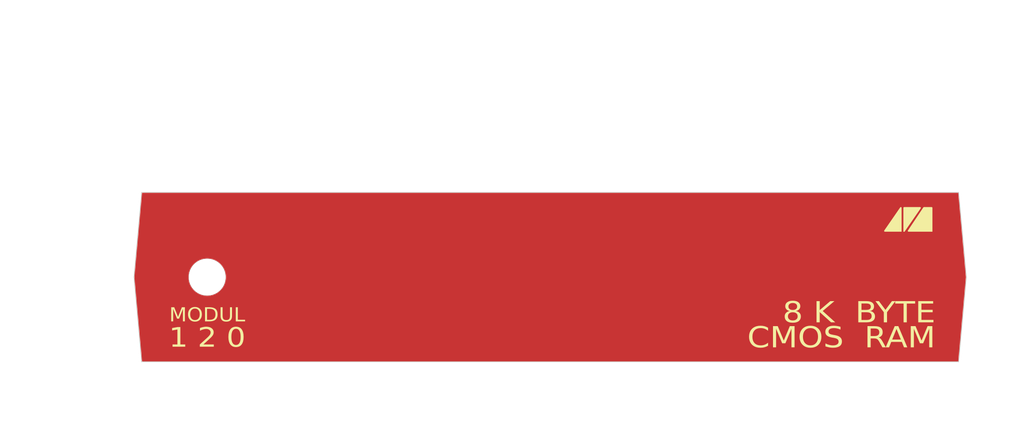
<source format=kicad_pcb>
(kicad_pcb
	(version 20240108)
	(generator "pcbnew")
	(generator_version "8.0")
	(general
		(thickness 1.6)
		(legacy_teardrops no)
	)
	(paper "A4")
	(layers
		(0 "F.Cu" signal)
		(31 "B.Cu" signal)
		(32 "B.Adhes" user "B.Adhesive")
		(33 "F.Adhes" user "F.Adhesive")
		(34 "B.Paste" user)
		(35 "F.Paste" user)
		(36 "B.SilkS" user "B.Silkscreen")
		(37 "F.SilkS" user "F.Silkscreen")
		(38 "B.Mask" user)
		(39 "F.Mask" user)
		(40 "Dwgs.User" user "User.Drawings")
		(41 "Cmts.User" user "User.Comments")
		(42 "Eco1.User" user "User.Eco1")
		(43 "Eco2.User" user "User.Eco2")
		(44 "Edge.Cuts" user)
		(45 "Margin" user)
		(46 "B.CrtYd" user "B.Courtyard")
		(47 "F.CrtYd" user "F.Courtyard")
		(48 "B.Fab" user)
		(49 "F.Fab" user)
		(50 "User.1" user)
		(51 "User.2" user)
		(52 "User.3" user)
		(53 "User.4" user)
		(54 "User.5" user)
		(55 "User.6" user)
		(56 "User.7" user)
		(57 "User.8" user)
		(58 "User.9" user)
	)
	(setup
		(pad_to_mask_clearance 0)
		(allow_soldermask_bridges_in_footprints no)
		(grid_origin 100 100)
		(pcbplotparams
			(layerselection 0x0000020_7fffffff)
			(plot_on_all_layers_selection 0x0000000_00000000)
			(disableapertmacros no)
			(usegerberextensions no)
			(usegerberattributes yes)
			(usegerberadvancedattributes yes)
			(creategerberjobfile yes)
			(dashed_line_dash_ratio 12.000000)
			(dashed_line_gap_ratio 3.000000)
			(svgprecision 4)
			(plotframeref no)
			(viasonmask no)
			(mode 1)
			(useauxorigin no)
			(hpglpennumber 1)
			(hpglpenspeed 20)
			(hpglpendiameter 15.000000)
			(pdf_front_fp_property_popups yes)
			(pdf_back_fp_property_popups yes)
			(dxfpolygonmode yes)
			(dxfimperialunits no)
			(dxfusepcbnewfont yes)
			(psnegative no)
			(psa4output no)
			(plotreference yes)
			(plotvalue yes)
			(plotfptext yes)
			(plotinvisibletext no)
			(sketchpadsonfab no)
			(subtractmaskfromsilk no)
			(outputformat 3)
			(mirror no)
			(drillshape 0)
			(scaleselection 1)
			(outputdirectory "")
		)
	)
	(net 0 "")
	(gr_poly
		(pts
			(xy 197.431567 94) (xy 199.5 91) (xy 199.5 94)
		)
		(stroke
			(width 0.2)
			(type solid)
		)
		(fill solid)
		(layer "F.SilkS")
		(uuid "13a2fba1-5f64-4643-94be-207a2d8ab79d")
	)
	(gr_poly
		(pts
			(xy 200.5 94) (xy 202.5 91) (xy 203.5 91) (xy 203.5 94)
		)
		(stroke
			(width 0.2)
			(type solid)
		)
		(fill solid)
		(layer "F.SilkS")
		(uuid "148c807d-49be-466a-9d84-fd8bedc6e222")
	)
	(gr_poly
		(pts
			(xy 202 91) (xy 199.931567 94) (xy 199.931567 91)
		)
		(stroke
			(width 0.2)
			(type solid)
		)
		(fill solid)
		(layer "F.SilkS")
		(uuid "74454ff6-c9e6-4188-ae6c-43a916fde7b2")
	)
	(gr_line
		(start 207 89)
		(end 208 100)
		(stroke
			(width 0.1)
			(type default)
		)
		(layer "Edge.Cuts")
		(uuid "307abc89-d8e3-4071-a4d8-1fb32e5b608c")
	)
	(gr_line
		(start 208 100)
		(end 207 111)
		(stroke
			(width 0.1)
			(type default)
		)
		(layer "Edge.Cuts")
		(uuid "34a7c6a5-aa59-4b97-9d15-43c9825324dd")
	)
	(gr_line
		(start 207 111)
		(end 101 111)
		(stroke
			(width 0.1)
			(type default)
		)
		(layer "Edge.Cuts")
		(uuid "4f7dbcd8-31fb-4a23-bf6a-d4e8faa599fa")
	)
	(gr_line
		(start 101 89)
		(end 207 89)
		(stroke
			(width 0.1)
			(type default)
		)
		(layer "Edge.Cuts")
		(uuid "5eb69c77-4c02-48d2-9936-1102676b5e11")
	)
	(gr_circle
		(center 109.5 100)
		(end 111.9 100)
		(stroke
			(width 0.05)
			(type default)
		)
		(fill none)
		(layer "Edge.Cuts")
		(uuid "91f1e92f-92e6-4791-9ab3-56df60d2ce36")
	)
	(gr_line
		(start 101 111)
		(end 100 100)
		(stroke
			(width 0.1)
			(type default)
		)
		(layer "Edge.Cuts")
		(uuid "bb9f6c94-5497-4483-8dc5-74f2fc2fb68e")
	)
	(gr_line
		(start 100 100)
		(end 101 89)
		(stroke
			(width 0.1)
			(type default)
		)
		(layer "Edge.Cuts")
		(uuid "eb9af65b-0e83-46f7-ad77-d53af8c875f8")
	)
	(gr_text "8 K  BYTE"
		(at 204 104.75 0)
		(layer "F.SilkS")
		(uuid "22ae5b5e-f568-4fa3-82ea-ac5bd266e80a")
		(effects
			(font
				(face "Helvetica")
				(size 2.7 3)
				(thickness 0.15)
			)
			(justify right)
		)
		(render_cache "8 K  BYTE" 0
			(polygon
				(pts
					(xy 185.735461 103.221127) (xy 185.888986 103.24835) (xy 186.063296 103.308416) (xy 186.204402 103.39097)
					(xy 186.313968 103.490912) (xy 186.393662 103.603142) (xy 186.453807 103.752938) (xy 186.473133 103.904003)
					(xy 186.456386 104.06761) (xy 186.411712 104.196325) (xy 186.332999 104.311629) (xy 186.224794 104.40288)
					(xy 186.095045 104.472453) (xy 186.199223 104.518504) (xy 186.338964 104.608837) (xy 186.440949 104.711438)
					(xy 186.520982 104.843103) (xy 186.563491 104.97522) (xy 186.577913 105.117401) (xy 186.569859 105.236506)
					(xy 186.533512 105.390731) (xy 186.466918 105.535454) (xy 186.369001 105.666023) (xy 186.238688 105.777786)
					(xy 186.074908 105.866091) (xy 185.929463 105.914126) (xy 185.764135 105.944387) (xy 185.578471 105.95491)
					(xy 185.452047 105.948561) (xy 185.297492 105.925705) (xy 185.153196 105.888642) (xy 185.007257 105.831653)
					(xy 184.868457 105.751138) (xy 184.747616 105.645981) (xy 184.664176 105.535577) (xy 184.603668 105.403605)
					(xy 184.572573 105.261882) (xy 184.566189 105.128612) (xy 184.960781 105.128612) (xy 184.980608 105.277907)
					(xy 185.037711 105.409982) (xy 185.14337 105.528171) (xy 185.276393 105.603976) (xy 185.4168 105.642794)
					(xy 185.590928 105.656836) (xy 185.719512 105.649542) (xy 185.872136 105.616201) (xy 186.008836 105.547045)
					(xy 186.114687 105.432554) (xy 186.168563 105.295646) (xy 186.182972 105.15499) (xy 186.170414 105.029994)
					(xy 186.122087 104.899349) (xy 186.022813 104.778869) (xy 185.886632 104.696429) (xy 185.722153 104.650387)
					(xy 185.569679 104.638636) (xy 185.458662 104.644902) (xy 185.299268 104.68079) (xy 185.149484 104.758904)
					(xy 185.043896 104.866065) (xy 184.981372 104.992544) (xy 184.960781 105.128612) (xy 184.566189 105.128612)
					(xy 184.565841 105.121358) (xy 184.57457 105.005144) (xy 184.609202 104.874929) (xy 184.683511 104.740028)
					(xy 184.791032 104.627541) (xy 184.929097 104.536528) (xy 185.065561 104.47641) (xy 184.955538 104.428564)
					(xy 184.828995 104.338767) (xy 184.736979 104.22393) (xy 184.682205 104.085794) (xy 184.666957 103.950165)
					(xy 184.667275 103.934997) (xy 185.049441 103.934997) (xy 185.066717 104.048566) (xy 185.141984 104.18026)
					(xy 185.26398 104.276881) (xy 185.418486 104.334865) (xy 185.566015 104.351114) (xy 185.73279 104.332078)
					(xy 185.872082 104.278397) (xy 185.994945 104.178836) (xy 186.069546 104.047271) (xy 186.090649 103.915213)
					(xy 186.089226 103.883389) (xy 186.050242 103.747956) (xy 185.961615 103.635841) (xy 185.835225 103.560145)
					(xy 185.688345 103.520917) (xy 185.54037 103.510308) (xy 185.405884 103.521442) (xy 185.251503 103.573874)
					(xy 185.133619 103.6737) (xy 185.07061 103.795471) (xy 185.049441 103.934997) (xy 184.667275 103.934997)
					(xy 184.667521 103.923271) (xy 184.689054 103.777439) (xy 184.747276 103.623282) (xy 184.825306 103.503689)
					(xy 184.935452 103.395442) (xy 185.081553 103.305953) (xy 185.217032 103.255605) (xy 185.376514 103.223103)
					(xy 185.561619 103.211574)
				)
			)
			(polygon
				(pts
					(xy 188.632484 104.922862) (xy 189.107292 104.516637) (xy 190.161688 105.8705) (xy 190.690718 105.8705)
					(xy 189.401116 104.260768) (xy 190.657013 103.169369) (xy 190.094277 103.169369) (xy 188.632484 104.479048)
					(xy 188.632484 103.169369) (xy 188.225087 103.169369) (xy 188.225087 105.8705) (xy 188.632484 105.8705)
				)
			)
			(polygon
				(pts
					(xy 194.778343 103.172984) (xy 194.963704 103.200754) (xy 195.123201 103.253363) (xy 195.256629 103.327748)
					(xy 195.363782 103.420852) (xy 195.46046 103.558889) (xy 195.515358 103.715414) (xy 195.528925 103.849927)
					(xy 195.51253 103.99205) (xy 195.462271 104.125146) (xy 195.383136 104.236785) (xy 195.262889 104.338709)
					(xy 195.125924 104.411124) (xy 195.144832 104.418026) (xy 195.294372 104.479398) (xy 195.42981 104.559728)
					(xy 195.532675 104.654866) (xy 195.614231 104.782624) (xy 195.656436 104.91272) (xy 195.671807 105.071239)
					(xy 195.662418 105.191075) (xy 195.620975 105.342785) (xy 195.546985 105.482062) (xy 195.441009 105.605406)
					(xy 195.303603 105.709317) (xy 195.135325 105.790292) (xy 194.989194 105.833867) (xy 194.826247 105.861095)
					(xy 194.64672 105.8705) (xy 193.349058 105.8705) (xy 193.349058 105.557258) (xy 193.756455 105.557258)
					(xy 194.625471 105.557258) (xy 194.774731 105.548395) (xy 194.933588 105.513426) (xy 195.083406 105.438952)
					(xy 195.188513 105.332141) (xy 195.248705 105.196305) (xy 195.26441 105.063326) (xy 195.23858 104.906669)
					(xy 195.148644 104.77011) (xy 195.010013 104.681133) (xy 194.869206 104.636823) (xy 194.715612 104.614067)
					(xy 194.558792 104.607642) (xy 193.756455 104.607642) (xy 193.756455 105.557258) (xy 193.349058 105.557258)
					(xy 193.349058 104.308908) (xy 193.756455 104.308908) (xy 194.491381 104.308908) (xy 194.597169 104.306062)
					(xy 194.754603 104.287486) (xy 194.909873 104.238972) (xy 195.040192 104.140184) (xy 195.104317 104.013887)
					(xy 195.121528 103.875646) (xy 195.116898 103.808215) (xy 195.06775 103.673891) (xy 194.959368 103.573565)
					(xy 194.814127 103.516295) (xy 194.652887 103.489879) (xy 194.495778 103.48327) (xy 193.756455 103.48327)
					(xy 193.756455 104.308908) (xy 193.349058 104.308908) (xy 193.349058 103.169369) (xy 194.676029 103.169369)
				)
			)
			(polygon
				(pts
					(xy 197.441347 104.783717) (xy 198.580007 103.169369) (xy 198.100802 103.169369) (xy 197.23545 104.467837)
					(xy 196.37083 103.169369) (xy 195.896022 103.169369) (xy 197.033949 104.783717) (xy 197.033949 105.8705)
					(xy 197.441347 105.8705)
				)
			)
			(polygon
				(pts
					(xy 198.695045 103.494481) (xy 199.715736 103.494481) (xy 199.715736 105.8705) (xy 200.123133 105.8705)
					(xy 200.123133 103.494481) (xy 201.143824 103.494481) (xy 201.143824 103.169369) (xy 198.695045 103.169369)
				)
			)
			(polygon
				(pts
					(xy 203.788241 105.546047) (xy 201.969609 105.546047) (xy 201.969609 104.64655) (xy 203.619714 104.64655)
					(xy 203.619714 104.322098) (xy 201.969609 104.322098) (xy 201.969609 103.494481) (xy 203.758932 103.494481)
					(xy 203.758932 103.169369) (xy 201.561479 103.169369) (xy 201.561479 105.8705) (xy 203.788241 105.8705)
				)
			)
		)
	)
	(gr_text "1 2 0"
		(at 109.5 108 0)
		(layer "F.SilkS")
		(uuid "686d3775-420a-4787-a984-7f0fe908f8a7")
		(effects
			(font
				(face "Helvetica")
				(size 2.5 2.8)
				(thickness 0.15)
			)
		)
		(render_cache "1 2 0" 0
			(polygon
				(pts
					(xy 106.551794 106.575532) (xy 106.281661 106.575532) (xy 106.23654 106.71026) (xy 106.167019 106.836924)
					(xy 106.058629 106.938373) (xy 105.915928 106.997885) (xy 105.765397 107.025532) (xy 105.621157 107.039111)
					(xy 105.540335 107.044478) (xy 105.540335 107.289942) (xy 106.183866 107.289942) (xy 106.183866 109.0375)
					(xy 106.551794 109.0375)
				)
			)
			(polygon
				(pts
					(xy 108.928277 107.458469) (xy 108.942749 107.315396) (xy 108.972118 107.19122) (xy 109.029926 107.066833)
					(xy 109.127269 106.958207) (xy 109.275246 106.881316) (xy 109.437542 106.853389) (xy 109.484955 106.852137)
					(xy 109.624417 106.863224) (xy 109.766218 106.904532) (xy 109.892374 106.985226) (xy 109.975094 107.088585)
					(xy 110.023164 107.221868) (xy 110.030007 107.297269) (xy 110.014978 107.433237) (xy 109.960159 107.562375)
					(xy 109.870093 107.664502) (xy 109.749945 107.750315) (xy 109.630569 107.817083) (xy 109.52462 107.871851)
					(xy 109.159428 108.060528) (xy 109.026809 108.136943) (xy 108.905922 108.222711) (xy 108.798307 108.319684)
					(xy 108.705503 108.429716) (xy 108.629047 108.554661) (xy 108.570479 108.69637) (xy 108.531338 108.856699)
					(xy 108.515656 108.990279) (xy 108.513161 109.0375) (xy 110.398618 109.0375) (xy 110.398618 108.747461)
					(xy 108.900921 108.747461) (xy 108.949936 108.619301) (xy 109.031085 108.513234) (xy 109.144618 108.413182)
					(xy 109.277138 108.326554) (xy 109.375534 108.274241) (xy 109.661396 108.134412) (xy 109.811275 108.060876)
					(xy 109.950271 107.985194) (xy 110.075579 107.904246) (xy 110.184393 107.814911) (xy 110.273909 107.714071)
					(xy 110.341322 107.598604) (xy 110.383827 107.465391) (xy 110.398618 107.311313) (xy 110.388724 107.187061)
					(xy 110.346487 107.037172) (xy 110.274179 106.906327) (xy 110.175205 106.795629) (xy 110.052972 106.706179)
					(xy 109.910886 106.639079) (xy 109.752352 106.595432) (xy 109.580778 106.576339) (xy 109.536246 106.575532)
					(xy 109.374237 106.583881) (xy 109.222598 106.608922) (xy 109.064208 106.658425) (xy 108.91091 106.739902)
					(xy 108.806404 106.826513) (xy 108.716424 106.938505) (xy 108.645965 107.079049) (xy 108.600025 107.251314)
					(xy 108.585488 107.385345) (xy 108.583601 107.458469)
				)
			)
			(polygon
				(pts
					(xy 112.908015 106.584147) (xy 113.093183 106.627094) (xy 113.248667 106.701689) (xy 113.376869 106.803001)
					(xy 113.480189 106.926103) (xy 113.561027 107.066062) (xy 113.621785 107.217951) (xy 113.664862 107.376839)
					(xy 113.69266 107.537798) (xy 113.707578 107.695896) (xy 113.712017 107.846205) (xy 113.707578 107.996343)
					(xy 113.69266 108.154273) (xy 113.664862 108.315069) (xy 113.621785 108.473804) (xy 113.561027 108.625552)
					(xy 113.480189 108.765386) (xy 113.376869 108.888379) (xy 113.248667 108.989605) (xy 113.093183 109.064137)
					(xy 112.908015 109.107049) (xy 112.766895 109.115657) (xy 112.625782 109.107049) (xy 112.440652 109.064137)
					(xy 112.28523 108.989605) (xy 112.157108 108.888379) (xy 112.053879 108.765386) (xy 111.973136 108.625552)
					(xy 111.912472 108.473804) (xy 111.869479 108.315069) (xy 111.841751 108.154273) (xy 111.826879 107.996343)
					(xy 111.822457 107.846205) (xy 112.190384 107.846205) (xy 112.192508 107.959496) (xy 112.20374 108.118211)
					(xy 112.224781 108.262897) (xy 112.255802 108.392924) (xy 112.312987 108.5424) (xy 112.388631 108.663198)
					(xy 112.483143 108.753823) (xy 112.628437 108.822395) (xy 112.766895 108.839663) (xy 112.838623 108.835315)
					(xy 112.996188 108.787353) (xy 113.123315 108.688741) (xy 113.203638 108.575346) (xy 113.265399 108.432899)
					(xy 113.299786 108.307899) (xy 113.324134 108.168029) (xy 113.338616 108.013921) (xy 113.343406 107.846205)
					(xy 113.341281 107.732806) (xy 113.330049 107.573956) (xy 113.309009 107.42916) (xy 113.277987 107.299048)
					(xy 113.220802 107.149491) (xy 113.145158 107.028642) (xy 113.050647 106.93799) (xy 112.905352 106.869405)
					(xy 112.766895 106.852137) (xy 112.695167 106.856485) (xy 112.537602 106.904452) (xy 112.410474 107.00309)
					(xy 112.330152 107.11653) (xy 112.26839 107.259049) (xy 112.234004 107.384127) (xy 112.209656 107.524098)
					(xy 112.195173 107.678333) (xy 112.190384 107.846205) (xy 111.822457 107.846205) (xy 111.826879 107.695896)
					(xy 111.841751 107.537798) (xy 111.869479 107.376839) (xy 111.912472 107.217951) (xy 111.973136 107.066062)
					(xy 112.053879 106.926103) (xy 112.157108 106.803001) (xy 112.28523 106.701689) (xy 112.440652 106.627094)
					(xy 112.625782 106.584147) (xy 112.766895 106.575532)
				)
			)
		)
	)
	(gr_text "MODUL"
		(at 109.5 105 0)
		(layer "F.SilkS")
		(uuid "a445d5b3-b230-4f4c-af53-a8b86c651357")
		(effects
			(font
				(face "Helvetica")
				(size 1.8 1.9)
				(thickness 0.15)
			)
		)
		(render_cache "MODUL" 0
			(polygon
				(pts
					(xy 106.724912 105.747) (xy 106.724912 103.946246) (xy 106.35784 103.946246) (xy 105.814888 105.46739)
					(xy 105.809783 105.46739) (xy 105.264511 103.946246) (xy 104.894654 103.946246) (xy 104.894654 105.747)
					(xy 105.144783 105.747) (xy 105.144783 104.683957) (xy 105.143492 104.590777) (xy 105.141738 104.487717)
					(xy 105.140288 104.387603) (xy 105.139352 104.286546) (xy 105.139215 104.238605) (xy 105.144783 104.238605)
					(xy 105.682166 105.747) (xy 105.9374 105.747) (xy 106.474783 104.236406) (xy 106.479888 104.236406)
					(xy 106.479417 104.335425) (xy 106.478273 104.437829) (xy 106.47686 104.534297) (xy 106.475409 104.626909)
					(xy 106.474783 104.683957) (xy 106.474783 105.747)
				)
			)
			(polygon
				(pts
					(xy 108.077572 103.896403) (xy 108.194375 103.914977) (xy 108.300384 103.944617) (xy 108.396005 103.984247)
					(xy 108.481644 104.03279) (xy 108.557707 104.089169) (xy 108.624601 104.152308) (xy 108.708634 104.257334)
					(xy 108.774317 104.371512) (xy 108.82302 104.491208) (xy 108.856112 104.612788) (xy 108.874962 104.732617)
					(xy 108.880942 104.847062) (xy 108.880294 104.884347) (xy 108.870177 105.000867) (xy 108.846731 105.121564)
					(xy 108.808588 105.242805) (xy 108.754377 105.360958) (xy 108.682729 105.472391) (xy 108.624601 105.541153)
					(xy 108.557707 105.604239) (xy 108.481644 105.660571) (xy 108.396005 105.709074) (xy 108.300384 105.748672)
					(xy 108.194375 105.778288) (xy 108.077572 105.796848) (xy 107.94957 105.803273) (xy 107.82165 105.796848)
					(xy 107.704919 105.778288) (xy 107.598972 105.748672) (xy 107.503404 105.709074) (xy 107.41781 105.660571)
					(xy 107.341784 105.604239) (xy 107.274922 105.541153) (xy 107.190923 105.436218) (xy 107.125263 105.322141)
					(xy 107.076575 105.202555) (xy 107.04349 105.081092) (xy 107.024642 104.961384) (xy 107.018663 104.847062)
					(xy 107.28457 104.847062) (xy 107.287481 104.925938) (xy 107.302565 105.038507) (xy 107.330135 105.143323)
					(xy 107.369771 105.239422) (xy 107.421049 105.325839) (xy 107.483547 105.401608) (xy 107.556844 105.465766)
					(xy 107.640517 105.517346) (xy 107.734144 105.555383) (xy 107.837302 105.578914) (xy 107.94957 105.586972)
					(xy 108.025489 105.583366) (xy 108.131835 105.564886) (xy 108.228769 105.531577) (xy 108.315871 105.484404)
					(xy 108.392722 105.424332) (xy 108.458901 105.352326) (xy 108.51399 105.269351) (xy 108.557567 105.176372)
					(xy 108.589213 105.074354) (xy 108.608509 104.964263) (xy 108.615034 104.847062) (xy 108.612124 104.768109)
					(xy 108.597038 104.655443) (xy 108.569462 104.550548) (xy 108.529815 104.454387) (xy 108.478517 104.367924)
					(xy 108.415988 104.292122) (xy 108.342648 104.227942) (xy 108.258916 104.176349) (xy 108.165212 104.138304)
					(xy 108.061957 104.114772) (xy 107.94957 104.106713) (xy 107.873734 104.110319) (xy 107.767491 104.1288)
					(xy 107.670641 104.162115) (xy 107.583603 104.209299) (xy 107.506801 104.26939) (xy 107.440656 104.341425)
					(xy 107.385591 104.424441) (xy 107.342028 104.517476) (xy 107.310388 104.619567) (xy 107.291095 104.72975)
					(xy 107.28457 104.847062) (xy 107.018663 104.847062) (xy 107.019311 104.809737) (xy 107.029427 104.693093)
					(xy 107.052869 104.572277) (xy 107.091003 104.450921) (xy 107.145197 104.33266) (xy 107.216817 104.221129)
					(xy 107.274922 104.152308) (xy 107.341784 104.089169) (xy 107.41781 104.03279) (xy 107.503404 103.984247)
					(xy 107.598972 103.944617) (xy 107.704919 103.914977) (xy 107.82165 103.896403) (xy 107.94957 103.889972)
				)
			)
			(polygon
				(pts
					(xy 110.063417 103.950382) (xy 110.191132 103.971648) (xy 110.3078 104.010131) (xy 110.412856 104.064866)
					(xy 110.505736 104.134888) (xy 110.585874 104.219231) (xy 110.652708 104.316932) (xy 110.705672 104.427025)
					(xy 110.744203 104.548544) (xy 110.761592 104.635429) (xy 110.772148 104.726677) (xy 110.775704 104.822003)
					(xy 110.773461 104.898828) (xy 110.761099 105.017229) (xy 110.736818 105.136611) (xy 110.699351 105.253809)
					(xy 110.647437 105.365655) (xy 110.579809 105.468982) (xy 110.495206 105.560623) (xy 110.392361 105.637413)
					(xy 110.270011 105.696183) (xy 110.176985 105.723789) (xy 110.074353 105.74104) (xy 109.961741 105.747)
					(xy 109.19836 105.747) (xy 109.19836 105.538172) (xy 109.456378 105.538172) (xy 109.956636 105.538172)
					(xy 109.987701 105.537447) (xy 110.104741 105.520174) (xy 110.209335 105.48028) (xy 110.300297 105.418264)
					(xy 110.376444 105.334627) (xy 110.423117 105.258011) (xy 110.46029 105.169724) (xy 110.48746 105.069978)
					(xy 110.50413 104.958983) (xy 110.509797 104.836951) (xy 110.509153 104.795117) (xy 110.49962 104.677533)
					(xy 110.479034 104.57184) (xy 110.447844 104.478053) (xy 110.406496 104.396187) (xy 110.336339 104.305602)
					(xy 110.24998 104.236273) (xy 110.14848 104.188236) (xy 110.032898 104.161527) (xy 109.93761 104.155513)
					(xy 109.456378 104.155513) (xy 109.456378 105.538172) (xy 109.19836 105.538172) (xy 109.19836 103.946246)
					(xy 109.972414 103.946246)
				)
			)
			(polygon
				(pts
					(xy 112.357226 103.946246) (xy 112.357226 105.090182) (xy 112.350458 105.19335) (xy 112.331126 105.28214)
					(xy 112.28833 105.379759) (xy 112.229252 105.455649) (xy 112.157351 105.512) (xy 112.05471 105.558298)
					(xy 111.944193 105.581764) (xy 111.854647 105.586972) (xy 111.745583 105.578347) (xy 111.639669 105.549791)
					(xy 111.543183 105.497279) (xy 111.477001 105.435315) (xy 111.424083 105.353382) (xy 111.387645 105.249419)
					(xy 111.373064 105.155749) (xy 111.370167 105.085346) (xy 111.370167 103.946246) (xy 111.112149 103.946246)
					(xy 111.112149 105.153489) (xy 111.118033 105.247542) (xy 111.13592 105.338834) (xy 111.166168 105.425946)
					(xy 111.209131 105.507463) (xy 111.265166 105.581966) (xy 111.334627 105.648039) (xy 111.41787 105.704264)
					(xy 111.515252 105.749225) (xy 111.627126 105.781505) (xy 111.75385 105.799685) (xy 111.846758 105.803273)
					(xy 111.941729 105.799677) (xy 112.07202 105.781379) (xy 112.187865 105.74871) (xy 112.289437 105.702925)
					(xy 112.376908 105.645277) (xy 112.45045 105.577022) (xy 112.510235 105.499413) (xy 112.556434 105.413703)
					(xy 112.589221 105.321148) (xy 112.608767 105.223001) (xy 112.615244 105.120517) (xy 112.615244 103.946246)
				)
			)
			(polygon
				(pts
					(xy 113.281636 103.946246) (xy 113.023618 103.946246) (xy 113.023618 105.747) (xy 114.250132 105.747)
					(xy 114.250132 105.530698) (xy 113.281636 105.530698)
				)
			)
		)
	)
	(gr_text "CMOS  RAM"
		(at 204 108 0)
		(layer "F.SilkS")
		(uuid "f08c2a01-8d2e-41d3-b41d-dd201f236a33")
		(effects
			(font
				(face "Helvetica")
				(size 2.7 3)
				(thickness 0.15)
			)
			(justify right)
		)
		(render_cache "CMOS  RAM" 0
			(polygon
				(pts
					(xy 182.580147 107.226543) (xy 182.541963 107.057401) (xy 182.471142 106.894991) (xy 182.396396 106.780534)
					(xy 182.302944 106.674664) (xy 182.190638 106.579437) (xy 182.05933 106.49691) (xy 181.908871 106.429142)
					(xy 181.739112 106.37819) (xy 181.549906 106.346109) (xy 181.341103 106.334959) (xy 181.180645 106.341681)
					(xy 181.028626 106.361534) (xy 180.885309 106.394047) (xy 180.687229 106.465527) (xy 180.510214 106.562846)
					(xy 180.355157 106.684417) (xy 180.222949 106.828652) (xy 180.114479 106.993963) (xy 180.055795 107.115096)
					(xy 180.008322 107.24442) (xy 179.972324 107.381464) (xy 179.948065 107.525759) (xy 179.935808 107.676834)
					(xy 179.934264 107.754767) (xy 179.941977 107.943954) (xy 179.964472 108.118311) (xy 180.000783 108.278199)
					(xy 180.049944 108.42398) (xy 180.110988 108.556018) (xy 180.182951 108.674673) (xy 180.309253 108.828357)
					(xy 180.454687 108.953969) (xy 180.615992 109.052732) (xy 180.789908 109.125868) (xy 180.973175 109.1746)
					(xy 181.162533 109.200151) (xy 181.290545 109.20491) (xy 181.442513 109.198043) (xy 181.615233 109.173377)
					(xy 181.763434 109.136471) (xy 181.919647 109.07863) (xy 182.07669 108.995211) (xy 182.227378 108.881571)
					(xy 182.36453 108.733069) (xy 182.444896 108.612407) (xy 182.513925 108.472811) (xy 182.569488 108.312906)
					(xy 182.609456 108.131316) (xy 182.214515 108.131316) (xy 182.167565 108.296524) (xy 182.106304 108.436271)
					(xy 182.033267 108.552568) (xy 181.92195 108.674629) (xy 181.800217 108.763347) (xy 181.642561 108.834617)
					(xy 181.489762 108.87055) (xy 181.353559 108.880458) (xy 181.156218 108.867702) (xy 180.983794 108.83058)
					(xy 180.835086 108.770806) (xy 180.70889 108.690094) (xy 180.604004 108.59016) (xy 180.519225 108.472718)
					(xy 180.453352 108.339484) (xy 180.40518 108.192171) (xy 180.373507 108.032496) (xy 180.357131 107.862173)
					(xy 180.354118 107.743556) (xy 180.365471 107.55089) (xy 180.398423 107.376891) (xy 180.451311 107.221621)
					(xy 180.522472 107.085142) (xy 180.610243 106.967516) (xy 180.712962 106.868805) (xy 180.870299 106.766721)
					(xy 181.047312 106.69852) (xy 181.190613 106.669693) (xy 181.341103 106.66007) (xy 181.517079 106.67132)
					(xy 181.674374 106.703484) (xy 181.82965 106.76377) (xy 181.971938 106.859122) (xy 182.069047 106.965316)
					(xy 182.145209 107.101951) (xy 182.185206 107.226543)
				)
			)
			(polygon
				(pts
					(xy 185.976344 109.1205) (xy 185.976344 106.419369) (xy 185.396755 106.419369) (xy 184.539463 108.701086)
					(xy 184.531403 108.701086) (xy 183.670447 106.419369) (xy 183.086462 106.419369) (xy 183.086462 109.1205)
					(xy 183.481403 109.1205) (xy 183.481403 107.525936) (xy 183.479364 107.386166) (xy 183.476595 107.231576)
					(xy 183.474306 107.081404) (xy 183.472828 106.92982) (xy 183.47261 106.857907) (xy 183.481403 106.857907)
					(xy 184.329903 109.1205) (xy 184.732903 109.1205) (xy 185.581403 106.85461) (xy 185.589463 106.85461)
					(xy 185.588719 107.003138) (xy 185.586913 107.156744) (xy 185.584681 107.301446) (xy 185.582391 107.440364)
					(xy 185.581403 107.525936) (xy 185.581403 109.1205)
				)
			)
			(polygon
				(pts
					(xy 188.112122 106.344605) (xy 188.296547 106.372465) (xy 188.46393 106.416926) (xy 188.614911 106.476371)
					(xy 188.750131 106.549185) (xy 188.870231 106.633754) (xy 188.975851 106.728462) (xy 189.108536 106.886001)
					(xy 189.212246 107.057269) (xy 189.289145 107.236813) (xy 189.341395 107.419182) (xy 189.37116 107.598926)
					(xy 189.3806 107.770594) (xy 189.379578 107.82652) (xy 189.363603 108.001301) (xy 189.326584 108.182346)
					(xy 189.266358 108.364208) (xy 189.180762 108.541437) (xy 189.067634 108.708587) (xy 188.975851 108.81173)
					(xy 188.870231 108.906358) (xy 188.750131 108.990856) (xy 188.614911 109.063611) (xy 188.46393 109.123008)
					(xy 188.296547 109.167433) (xy 188.112122 109.195272) (xy 187.910014 109.20491) (xy 187.708035 109.195272)
					(xy 187.523723 109.167433) (xy 187.356439 109.123008) (xy 187.205542 109.063611) (xy 187.070393 108.990856)
					(xy 186.950352 108.906358) (xy 186.844779 108.81173) (xy 186.71215 108.654327) (xy 186.608477 108.483212)
					(xy 186.5316 108.303833) (xy 186.479361 108.121638) (xy 186.449601 107.942076) (xy 186.440161 107.770594)
					(xy 186.860014 107.770594) (xy 186.86461 107.888907) (xy 186.888426 108.05776) (xy 186.931959 108.214984)
					(xy 186.994541 108.359133) (xy 187.075507 108.488758) (xy 187.174188 108.602413) (xy 187.28992 108.698649)
					(xy 187.422035 108.776019) (xy 187.569867 108.833075) (xy 187.732749 108.868371) (xy 187.910014 108.880458)
					(xy 188.029886 108.87505) (xy 188.1978 108.84733) (xy 188.350854 108.797366) (xy 188.488383 108.726607)
					(xy 188.609727 108.636498) (xy 188.714221 108.528489) (xy 188.801203 108.404027) (xy 188.870009 108.264558)
					(xy 188.919977 108.111532) (xy 188.950444 107.946394) (xy 188.960747 107.770594) (xy 188.956152 107.652164)
					(xy 188.932332 107.483164) (xy 188.888791 107.325822) (xy 188.82619 107.181581) (xy 188.745193 107.051887)
					(xy 188.646463 106.938183) (xy 188.530663 106.841914) (xy 188.398454 106.764524) (xy 188.250502 106.707457)
					(xy 188.087467 106.672158) (xy 187.910014 106.66007) (xy 187.790272 106.665478) (xy 187.622521 106.693201)
					(xy 187.469599 106.743172) (xy 187.332171 106.813948) (xy 187.210904 106.904085) (xy 187.106465 107.012138)
					(xy 187.01952 107.136662) (xy 186.950736 107.276215) (xy 186.900779 107.42935) (xy 186.870317 107.594625)
					(xy 186.860014 107.770594) (xy 186.440161 107.770594) (xy 186.441183 107.714605) (xy 186.457157 107.53964)
					(xy 186.49417 107.358415) (xy 186.554381 107.176382) (xy 186.63995 106.998991) (xy 186.753036 106.831694)
					(xy 186.844779 106.728462) (xy 186.950352 106.633754) (xy 187.070393 106.549185) (xy 187.205542 106.476371)
					(xy 187.356439 106.416926) (xy 187.523723 106.372465) (xy 187.708035 106.344605) (xy 187.910014 106.334959)
				)
			)
			(polygon
				(pts
					(xy 192.061654 107.204121) (xy 192.044027 107.046743) (xy 192.007399 106.905463) (xy 191.939807 106.761131)
					(xy 191.831153 106.623545) (xy 191.716642 106.530678) (xy 191.569094 106.451252) (xy 191.384248 106.3894)
					(xy 191.238193 106.359972) (xy 191.072406 106.341416) (xy 190.885625 106.334959) (xy 190.691065 106.345612)
					(xy 190.518329 106.376225) (xy 190.366831 106.42478) (xy 190.235984 106.48926) (xy 190.092629 106.596515)
					(xy 189.983553 106.723709) (xy 189.907364 106.866057) (xy 189.86267 107.018777) (xy 189.848081 107.177084)
					(xy 189.867609 107.33949) (xy 189.92077 107.47219) (xy 190.022132 107.601047) (xy 190.147459 107.694463)
					(xy 190.28087 107.758538) (xy 190.429271 107.805281) (xy 190.490684 107.819393) (xy 191.108374 107.948647)
					(xy 191.278199 107.988376) (xy 191.417746 108.02908) (xy 191.553188 108.085072) (xy 191.678257 108.181607)
					(xy 191.739424 108.311229) (xy 191.750977 108.431368) (xy 191.729088 108.563612) (xy 191.648796 108.690861)
					(xy 191.524607 108.781263) (xy 191.372505 108.840645) (xy 191.208472 108.874832) (xy 191.048491 108.88965)
					(xy 190.961096 108.891668) (xy 190.814494 108.884497) (xy 190.668245 108.861375) (xy 190.528264 108.819891)
					(xy 190.371115 108.738542) (xy 190.244559 108.620025) (xy 190.173107 108.495288) (xy 190.134546 108.341338)
					(xy 190.129449 108.252656) (xy 189.746965 108.252656) (xy 189.753321 108.393351) (xy 189.776486 108.528568)
					(xy 189.822602 108.658674) (xy 189.897815 108.784033) (xy 190.008268 108.90501) (xy 190.053978 108.944425)
					(xy 190.174352 109.031308) (xy 190.3245 109.105919) (xy 190.466753 109.151355) (xy 190.644829 109.185247)
					(xy 190.817026 109.201087) (xy 190.965492 109.20491) (xy 191.113994 109.199993) (xy 191.266251 109.184283)
					(xy 191.418256 109.156344) (xy 191.565996 109.114736) (xy 191.705463 109.058022) (xy 191.832646 108.984765)
					(xy 191.943535 108.893526) (xy 192.03412 108.782868) (xy 192.10039 108.651354) (xy 192.138336 108.497545)
					(xy 192.145918 108.381909) (xy 192.132498 108.229611) (xy 192.093791 108.096942) (xy 192.013391 107.957061)
					(xy 191.90166 107.844046) (xy 191.763143 107.755786) (xy 191.602384 107.690166) (xy 191.460817 107.652551)
					(xy 190.599861 107.473839) (xy 190.454087 107.430006) (xy 190.331125 107.352488) (xy 190.255522 107.22544)
					(xy 190.243022 107.127624) (xy 190.262099 106.98815) (xy 190.332081 106.854798) (xy 190.440335 106.760908)
					(xy 190.572939 106.699958) (xy 190.715975 106.665428) (xy 190.881789 106.649686) (xy 190.931787 106.64886)
					(xy 191.093013 106.65921) (xy 191.251651 106.692635) (xy 191.39824 106.752698) (xy 191.523322 106.842961)
					(xy 191.617438 106.966985) (xy 191.66408 107.092907) (xy 191.67917 107.204121)
				)
			)
			(polygon
				(pts
					(xy 196.53039 106.421256) (xy 196.713204 106.437483) (xy 196.887254 106.472833) (xy 197.046746 106.530328)
					(xy 197.185883 106.612989) (xy 197.29887 106.723837) (xy 197.37991 106.865896) (xy 197.416238 106.994738)
					(xy 197.428891 107.144111) (xy 197.426293 107.215312) (xy 197.399021 107.369782) (xy 197.346858 107.494363)
					(xy 197.259836 107.610974) (xy 197.137707 107.711863) (xy 197.009037 107.78708) (xy 197.073306 107.812069)
					(xy 197.20848 107.888036) (xy 197.304136 108.005239) (xy 197.351588 108.141904) (xy 197.370272 108.297499)
					(xy 197.395185 108.788134) (xy 197.397794 108.840544) (xy 197.43412 108.971651) (xy 197.546127 109.060489)
					(xy 197.546127 109.1205) (xy 197.046406 109.1205) (xy 197.022182 109.026749) (xy 197.000951 108.884688)
					(xy 196.987014 108.731093) (xy 196.979038 108.587901) (xy 196.975332 108.440601) (xy 196.973681 108.377318)
					(xy 196.948735 108.230012) (xy 196.874629 108.098456) (xy 196.753597 108.012515) (xy 196.600517 107.968875)
					(xy 196.437509 107.95722) (xy 195.450524 107.95722) (xy 195.450524 109.1205) (xy 195.043127 109.1205)
					(xy 195.043127 107.643319) (xy 195.450524 107.643319) (xy 196.395744 107.643319) (xy 196.535503 107.637439)
					(xy 196.695775 107.609047) (xy 196.835535 107.547574) (xy 196.941653 107.442639) (xy 196.994917 107.314505)
					(xy 197.009037 107.18104) (xy 196.985913 107.013459) (xy 196.90775 106.874757) (xy 196.771039 106.781629)
					(xy 196.614014 106.741729) (xy 196.466818 106.73327) (xy 195.450524 106.73327) (xy 195.450524 107.643319)
					(xy 195.043127 107.643319) (xy 195.043127 106.419369) (xy 196.437509 106.419369)
				)
			)
			(polygon
				(pts
					(xy 200.451396 109.1205) (xy 200.005897 109.1205) (xy 199.707677 108.318601) (xy 198.497942 108.318601)
					(xy 198.182868 109.1205) (xy 197.763015 109.1205) (xy 198.23176 107.994149) (xy 198.623971 107.994149)
					(xy 199.560398 107.994149) (xy 199.115632 106.799215) (xy 199.106839 106.799215) (xy 198.623971 107.994149)
					(xy 198.23176 107.994149) (xy 198.897279 106.394969) (xy 199.358898 106.394969)
				)
			)
			(polygon
				(pts
					(xy 203.699582 109.1205) (xy 203.699582 106.419369) (xy 203.119993 106.419369) (xy 202.262701 108.701086)
					(xy 202.254641 108.701086) (xy 201.393685 106.419369) (xy 200.8097 106.419369) (xy 200.8097 109.1205)
					(xy 201.204641 109.1205) (xy 201.204641 107.525936) (xy 201.202602 107.386166) (xy 201.199833 107.231576)
					(xy 201.197544 107.081404) (xy 201.196066 106.92982) (xy 201.195848 106.857907) (xy 201.204641 106.857907)
					(xy 202.053141 109.1205) (xy 202.456141 109.1205) (xy 203.304641 106.85461) (xy 203.312701 106.85461)
					(xy 203.311957 107.003138) (xy 203.310151 107.156744) (xy 203.307919 107.301446) (xy 203.305629 107.440364)
					(xy 203.304641 107.525936) (xy 203.304641 109.1205)
				)
			)
		)
	)
	(gr_text "DXF-Plotten: F.Cu und F.Silkscreen\nEinheit: mm"
		(at 100.5 74 0)
		(layer "Cmts.User")
		(uuid "d533277e-1a3e-4d2f-b717-f1ca8a4e0967")
		(effects
			(font
				(size 1.5 1.5)
				(thickness 0.3)
				(bold yes)
			)
			(justify left bottom)
		)
	)
	(dimension
		(type aligned)
		(layer "Cmts.User")
		(uuid "5fbe8697-30ce-4172-aee1-27e5bc3fec6f")
		(pts
			(xy 100 100) (xy 208 100)
		)
		(height -16)
		(gr_text "108,00 mm"
			(at 154 82.2 0)
			(layer "Cmts.User")
			(uuid "5fbe8697-30ce-4172-aee1-27e5bc3fec6f")
			(effects
				(font
					(size 1.5 1.5)
					(thickness 0.3)
				)
			)
		)
		(format
			(prefix "")
			(suffix "")
			(units 3)
			(units_format 1)
			(precision 2)
		)
		(style
			(thickness 0.2)
			(arrow_length 1.27)
			(text_position_mode 0)
			(extension_height 0.58642)
			(extension_offset 0.5) keep_text_aligned)
	)
	(dimension
		(type aligned)
		(layer "Cmts.User")
		(uuid "99358cb6-54c1-4e5a-987a-24867ccc1ac5")
		(pts
			(xy 100.5 111) (xy 100.5 89)
		)
		(height -10)
		(gr_text "22,00 mm"
			(at 88.7 100 90)
			(layer "Cmts.User")
			(uuid "99358cb6-54c1-4e5a-987a-24867ccc1ac5")
			(effects
				(font
					(size 1.5 1.5)
					(thickness 0.3)
				)
			)
		)
		(format
			(prefix "")
			(suffix "")
			(units 3)
			(units_format 1)
			(precision 2)
		)
		(style
			(thickness 0.2)
			(arrow_length 1.27)
			(text_position_mode 0)
			(extension_height 0.58642)
			(extension_offset 0.5) keep_text_aligned)
	)
	(dimension
		(type aligned)
		(layer "Cmts.User")
		(uuid "bce4fb4e-59e2-4c05-8384-acd6a28f4c4f")
		(pts
			(xy 100 100) (xy 109.5 100)
		)
		(height 19.75)
		(gr_text "9,50 mm"
			(at 104.75 118.6 0)
			(layer "Cmts.User")
			(uuid "bce4fb4e-59e2-4c05-8384-acd6a28f4c4f")
			(effects
				(font
					(size 1 1)
					(thickness 0.15)
				)
			)
		)
		(format
			(prefix "")
			(suffix "")
			(units 3)
			(units_format 1)
			(precision 2)
		)
		(style
			(thickness 0.1)
			(arrow_length 1.27)
			(text_position_mode 0)
			(extension_height 0.58642)
			(extension_offset 0.5) keep_text_aligned)
	)
	(zone
		(net 0)
		(net_name "")
		(layer "F.Cu")
		(uuid "de2fdf7e-0113-475e-8feb-cc34cd966493")
		(hatch edge 0.5)
		(connect_pads
			(clearance 0.5)
		)
		(min_thickness 0.25)
		(filled_areas_thickness no)
		(fill yes
			(thermal_gap 0.5)
			(thermal_bridge_width 0.5)
			(island_removal_mode 1)
			(island_area_min 10)
		)
		(polygon
			(pts
				(xy 85.5 64) (xy 215.5 64) (xy 215.5 119) (xy 85.5 119)
			)
		)
		(filled_polygon
			(layer "F.Cu")
			(island)
			(pts
				(xy 206.9538 89.019685) (xy 206.999555 89.072489) (xy 207.010252 89.112774) (xy 207.998979 99.988774)
				(xy 207.998979 100.011226) (xy 207.010252 110.887226) (xy 206.984579 110.952208) (xy 206.927849 110.992995)
				(xy 206.886761 111) (xy 101.113239 111) (xy 101.0462 110.980315) (xy 101.000445 110.927511) (xy 100.989748 110.887226)
				(xy 100.217397 102.391369) (xy 100.00102 100.01122) (xy 100.00102 100) (xy 107.09753 100) (xy 107.107412 100.153929)
				(xy 107.117254 100.307219) (xy 107.117254 100.307225) (xy 107.176102 100.609395) (xy 107.176104 100.609402)
				(xy 107.273108 100.901564) (xy 107.406681 101.17893) (xy 107.406681 101.178931) (xy 107.574622 101.436936)
				(xy 107.574629 101.436946) (xy 107.774181 101.671351) (xy 107.774191 101.671361) (xy 108.002078 101.878322)
				(xy 108.002082 101.878326) (xy 108.254573 102.054453) (xy 108.254577 102.054455) (xy 108.52752 102.196849)
				(xy 108.816431 102.303171) (xy 109.116566 102.371675) (xy 109.422997 102.401236) (xy 109.730692 102.391369)
				(xy 110.0346 102.342236) (xy 110.329729 102.254643) (xy 110.611235 102.130029) (xy 110.874493 101.97044)
				(xy 111.115183 101.778496) (xy 111.329351 101.55735) (xy 111.513482 101.310632) (xy 111.664551 101.042393)
				(xy 111.780078 100.757038) (xy 111.858167 100.459253) (xy 111.897534 100.153927) (xy 111.9 100)
				(xy 111.897534 99.846073) (xy 111.858167 99.540747) (xy 111.780078 99.242962) (xy 111.664551 98.957607)
				(xy 111.513482 98.689368) (xy 111.419213 98.563057) (xy 111.329352 98.442651) (xy 111.329353 98.442651)
				(xy 111.115181 98.221502) (xy 110.874499 98.029565) (xy 110.874493 98.02956) (xy 110.611235 97.869971)
				(xy 110.611229 97.869968) (xy 110.611227 97.869967) (xy 110.329734 97.745358) (xy 110.034601 97.657764)
				(xy 110.034597 97.657763) (xy 109.840979 97.626461) (xy 109.730692 97.608631) (xy 109.730689 97.60863)
				(xy 109.730684 97.60863) (xy 109.423 97.598763) (xy 109.116563 97.628325) (xy 108.816431 97.696829)
				(xy 108.816426 97.69683) (xy 108.527526 97.803148) (xy 108.527513 97.803154) (xy 108.254577 97.945544)
				(xy 108.254573 97.945546) (xy 108.002082 98.121673) (xy 108.002078 98.121677) (xy 107.774191 98.328638)
				(xy 107.774181 98.328648) (xy 107.574629 98.563053) (xy 107.574622 98.563063) (xy 107.406681 98.821068)
				(xy 107.406681 98.821069) (xy 107.273108 99.098435) (xy 107.176104 99.390597) (xy 107.176102 99.390604)
				(xy 107.117254 99.692774) (xy 107.117254 99.69278) (xy 107.107413 99.84607) (xy 107.09753 100) (xy 100.00102 100)
				(xy 100.00102 99.98878) (xy 100.989748 89.112774) (xy 101.015421 89.047792) (xy 101.072151 89.007005)
				(xy 101.113239 89) (xy 206.886761 89)
			)
		)
	)
)

</source>
